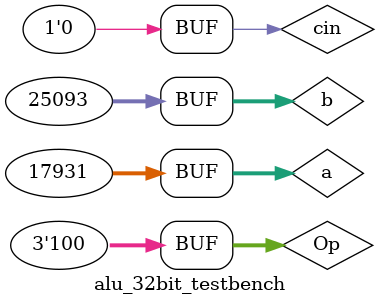
<source format=v>
`define DELAY 20
module alu_32bit_testbench();


reg [31:0] a;
reg [31:0] b;
reg cin;
reg [2:0] Op;

wire [31:0] R;
wire cout, V, S;

/*
module alu_32bit(a, b, Aluop, cin, cout, R, S, V);
input [2:0] Aluop;
input [31:0] a;
input [31:0] b;
output [31:0] R;
input cin;
output cout ,S, V;
*/

alu_32bit myALU(a, b, Op, cin, cout, R, S, V);


initial begin



/*
//OR
a = 32'b10101010101010101010101010101010; 
b = 32'b01010101010101010101010101010101; 
cin = 1'b0;
Op[0] = 1'b1; Op[1] = 1'b1; Op[2] = 1'b1;
#`DELAY;


a = 32'b01010101010101010100000000000000; 
b = 32'b00000000101111111110101010101010; 
cin = 1'b0;
Op[0] = 1'b1; Op[1] = 1'b1; Op[2] = 1'b1;
#`DELAY;
*/

/*
//ADD
a = 32'b10101010101010101010101010101010; 
b = 32'b01010101010101010101010101010101; 
cin = 1'b0;
Op = 3'b000;
#`DELAY;


a = 32'b10101010101010101010101010101011; 
b = 32'b01010101010101010101010101010101; 
cin = 1'b0;
Op = 3'b000;
#`DELAY;
*/

//SLT
a = 32'b00000000000000000000000000001011; 
b = 32'b00000000000000000000000000000101;
cin = 1'b0;
Op = 3'b100;
#`DELAY;

a = 32'b00000000000000000000000000001011; 
b = 32'b00000000000000000000001000000101; 
cin = 1'b0;
Op = 3'b100;
#`DELAY;

a = 32'b00000000000000000100011000001011; 
b = 32'b00000000000000000000001000000101; 
cin = 1'b0;
Op = 3'b100;
#`DELAY;

a = 32'b00000000000000000100011000001011; 
b = 32'b00000000000000000110001000000101; 
cin = 1'b0;
Op = 3'b100;
#`DELAY;

end



initial begin

$monitor("time = %2d, \na=%32b,\nb=%32b, \nR=%32b,\n cin =%1b, cout=%1b, Op%3b V=%1b S=%1b", $time, a, b, R, cin, cout, Op, V, S);

end


endmodule


</source>
